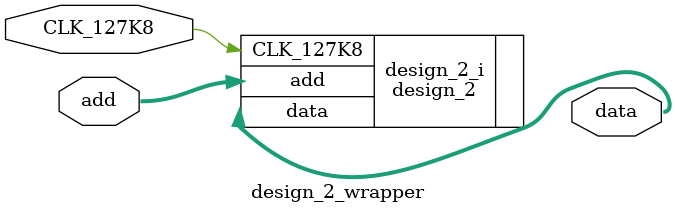
<source format=v>
`timescale 1 ps / 1 ps

module design_2_wrapper
   (CLK_127K8,
    add,
    data);
  input CLK_127K8;
  input [2:0]add;
  output [7:0]data;

  wire CLK_127K8;
  wire [2:0]add;
  wire [7:0]data;

  design_2 design_2_i
       (.CLK_127K8(CLK_127K8),
        .add(add),
        .data(data));
endmodule

</source>
